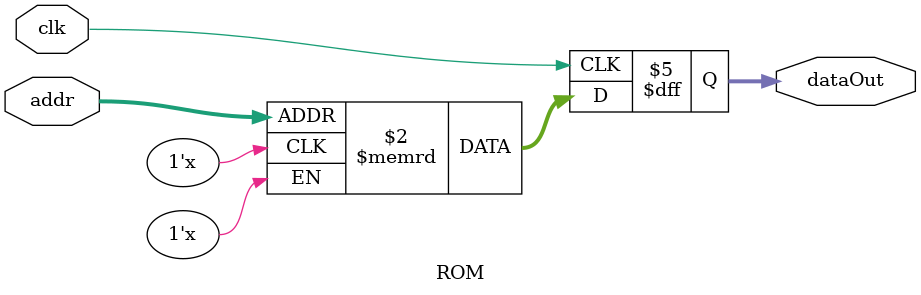
<source format=v>
`timescale 1ns / 1ps

module ROM #(parameter DATA_WIDTH = 32, ADDRESS_WIDTH = 12, DEPTH = 4096, MEMFILE = "") (
    input wire                     clk,
    input wire [ADDRESS_WIDTH-1:0] addr,
    output reg [DATA_WIDTH-1:0]    dataOut = 0);
    
    reg[DATA_WIDTH-1:0] MemoryArray[0:DEPTH-1];
    
    initial begin
        if(MEMFILE > 0) begin
            $readmemb({MEMFILE}, MemoryArray);
        end
    end
    
    always @(posedge clk) begin
        dataOut <= MemoryArray[addr];
    end
endmodule

</source>
